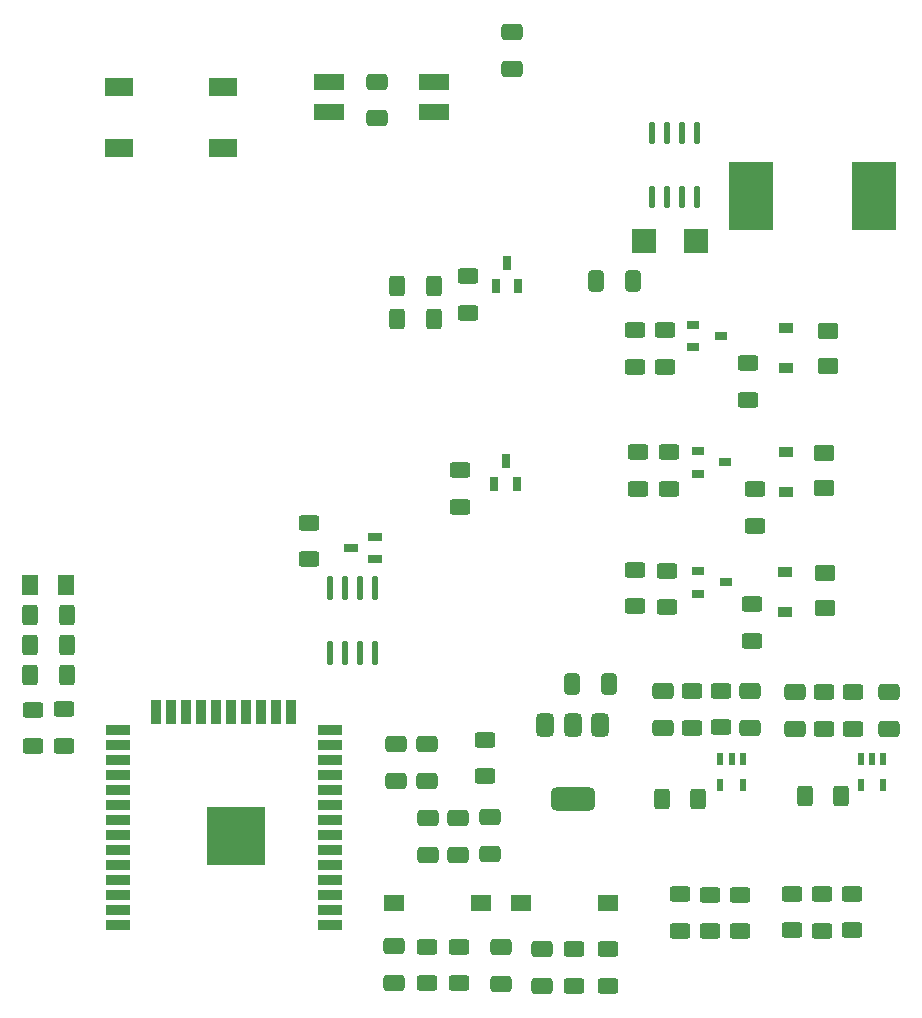
<source format=gbr>
%TF.GenerationSoftware,KiCad,Pcbnew,9.0.0*%
%TF.CreationDate,2025-08-03T03:58:21+03:00*%
%TF.ProjectId,HOT_AIRGUN_EXTRADOPE-rounded,484f545f-4149-4524-9755-4e5f45585452,rev?*%
%TF.SameCoordinates,Original*%
%TF.FileFunction,Paste,Top*%
%TF.FilePolarity,Positive*%
%FSLAX46Y46*%
G04 Gerber Fmt 4.6, Leading zero omitted, Abs format (unit mm)*
G04 Created by KiCad (PCBNEW 9.0.0) date 2025-08-03 03:58:21*
%MOMM*%
%LPD*%
G01*
G04 APERTURE LIST*
G04 Aperture macros list*
%AMRoundRect*
0 Rectangle with rounded corners*
0 $1 Rounding radius*
0 $2 $3 $4 $5 $6 $7 $8 $9 X,Y pos of 4 corners*
0 Add a 4 corners polygon primitive as box body*
4,1,4,$2,$3,$4,$5,$6,$7,$8,$9,$2,$3,0*
0 Add four circle primitives for the rounded corners*
1,1,$1+$1,$2,$3*
1,1,$1+$1,$4,$5*
1,1,$1+$1,$6,$7*
1,1,$1+$1,$8,$9*
0 Add four rect primitives between the rounded corners*
20,1,$1+$1,$2,$3,$4,$5,0*
20,1,$1+$1,$4,$5,$6,$7,0*
20,1,$1+$1,$6,$7,$8,$9,0*
20,1,$1+$1,$8,$9,$2,$3,0*%
G04 Aperture macros list end*
%ADD10RoundRect,0.250000X-0.625000X0.400000X-0.625000X-0.400000X0.625000X-0.400000X0.625000X0.400000X0*%
%ADD11RoundRect,0.250000X0.650000X-0.412500X0.650000X0.412500X-0.650000X0.412500X-0.650000X-0.412500X0*%
%ADD12RoundRect,0.250000X-0.400000X-0.625000X0.400000X-0.625000X0.400000X0.625000X-0.400000X0.625000X0*%
%ADD13RoundRect,0.250000X-0.650000X0.412500X-0.650000X-0.412500X0.650000X-0.412500X0.650000X0.412500X0*%
%ADD14RoundRect,0.250000X-0.412500X-0.650000X0.412500X-0.650000X0.412500X0.650000X-0.412500X0.650000X0*%
%ADD15RoundRect,0.250000X0.625000X-0.400000X0.625000X0.400000X-0.625000X0.400000X-0.625000X-0.400000X0*%
%ADD16R,1.000000X0.800000*%
%ADD17R,0.600000X1.000000*%
%ADD18RoundRect,0.250001X-0.624999X0.462499X-0.624999X-0.462499X0.624999X-0.462499X0.624999X0.462499X0*%
%ADD19R,2.000000X2.000000*%
%ADD20RoundRect,0.250000X0.400000X0.625000X-0.400000X0.625000X-0.400000X-0.625000X0.400000X-0.625000X0*%
%ADD21R,3.820000X5.820000*%
%ADD22RoundRect,0.375000X-0.375000X0.625000X-0.375000X-0.625000X0.375000X-0.625000X0.375000X0.625000X0*%
%ADD23RoundRect,0.500000X-1.400000X0.500000X-1.400000X-0.500000X1.400000X-0.500000X1.400000X0.500000X0*%
%ADD24R,2.470000X1.510000*%
%ADD25R,1.250000X0.700000*%
%ADD26R,1.150000X0.950000*%
%ADD27R,2.600000X1.420000*%
%ADD28R,0.700000X1.250000*%
%ADD29R,1.740000X1.400000*%
%ADD30O,0.570000X1.950000*%
%ADD31RoundRect,0.250001X-0.462499X-0.624999X0.462499X-0.624999X0.462499X0.624999X-0.462499X0.624999X0*%
%ADD32R,5.000000X5.000000*%
%ADD33R,2.100000X0.950000*%
%ADD34R,0.950000X2.100000*%
%ADD35O,0.590000X2.050000*%
G04 APERTURE END LIST*
D10*
%TO.C,R25*%
X64270000Y7896075D03*
X64270000Y10996075D03*
%TD*%
D11*
%TO.C,C6*%
X65170000Y28258575D03*
X65170000Y25133575D03*
%TD*%
D12*
%TO.C,R11*%
X7300000Y32141075D03*
X4200000Y32141075D03*
%TD*%
D10*
%TO.C,R34*%
X37775000Y3503575D03*
X37775000Y6603575D03*
%TD*%
D13*
%TO.C,C12*%
X43125000Y14441075D03*
X43125000Y17566075D03*
%TD*%
D14*
%TO.C,C5*%
X53212500Y28816075D03*
X50087500Y28816075D03*
%TD*%
D11*
%TO.C,C1*%
X68920000Y28171075D03*
X68920000Y25046075D03*
%TD*%
D12*
%TO.C,R6*%
X38375000Y59716075D03*
X35275000Y59716075D03*
%TD*%
D10*
%TO.C,R8*%
X58130000Y35316075D03*
X58130000Y38416075D03*
%TD*%
D15*
%TO.C,R1*%
X4435000Y26651075D03*
X4435000Y23551075D03*
%TD*%
D16*
%TO.C,Q7*%
X63000000Y47591075D03*
X60700000Y46641075D03*
X60700000Y48541075D03*
%TD*%
D13*
%TO.C,C13*%
X37825000Y20603575D03*
X37825000Y23728575D03*
%TD*%
D17*
%TO.C,U6*%
X76420000Y20321075D03*
X74520000Y20321075D03*
X74520000Y22521075D03*
X75470000Y22521075D03*
X76420000Y22521075D03*
%TD*%
D18*
%TO.C,D9*%
X71750000Y55753575D03*
X71750000Y58728575D03*
%TD*%
D10*
%TO.C,R22*%
X55700000Y45341075D03*
X55700000Y48441075D03*
%TD*%
D19*
%TO.C,D1*%
X56200000Y66341075D03*
X60600000Y66341075D03*
%TD*%
D15*
%TO.C,R9*%
X42675000Y24103575D03*
X42675000Y21003575D03*
%TD*%
D20*
%TO.C,R26*%
X4200000Y34641075D03*
X7300000Y34641075D03*
%TD*%
D13*
%TO.C,C14*%
X40425000Y14391075D03*
X40425000Y17516075D03*
%TD*%
D10*
%TO.C,R4*%
X41250000Y60241075D03*
X41250000Y63341075D03*
%TD*%
%TO.C,R37*%
X50240000Y3296075D03*
X50240000Y6396075D03*
%TD*%
D21*
%TO.C,L1*%
X65245000Y70166075D03*
X75605000Y70166075D03*
%TD*%
D22*
%TO.C,U7*%
X47825000Y25366075D03*
D23*
X50125000Y19066075D03*
D22*
X50125000Y25366075D03*
X52425000Y25366075D03*
%TD*%
D10*
%TO.C,R7*%
X55400000Y35416075D03*
X55400000Y38516075D03*
%TD*%
D24*
%TO.C,D3*%
X20510000Y79341075D03*
X20510000Y74241075D03*
X11690000Y74241075D03*
X11690000Y79341075D03*
%TD*%
D10*
%TO.C,R23*%
X58300000Y45341075D03*
X58300000Y48441075D03*
%TD*%
D25*
%TO.C,U3*%
X31365000Y40356075D03*
X33365000Y41306075D03*
X33365000Y39406075D03*
%TD*%
D11*
%TO.C,C9*%
X35000000Y6666075D03*
X35000000Y3541075D03*
%TD*%
D15*
%TO.C,R38*%
X65300000Y35591075D03*
X65300000Y32491075D03*
%TD*%
D26*
%TO.C,D5*%
X68150000Y58981075D03*
X68150000Y55601075D03*
%TD*%
D16*
%TO.C,Q9*%
X62650000Y58291075D03*
X60350000Y57341075D03*
X60350000Y59241075D03*
%TD*%
D27*
%TO.C,U1*%
X38390000Y79801075D03*
X38390000Y77261075D03*
X29490000Y77261075D03*
X29490000Y79801075D03*
%TD*%
D10*
%TO.C,R27*%
X55380000Y55711075D03*
X55380000Y58811075D03*
%TD*%
D11*
%TO.C,C8*%
X44050000Y6541075D03*
X44050000Y3416075D03*
%TD*%
D10*
%TO.C,R12*%
X61745000Y7896075D03*
X61745000Y10996075D03*
%TD*%
D12*
%TO.C,R5*%
X38375000Y62516075D03*
X35275000Y62516075D03*
%TD*%
D10*
%TO.C,R28*%
X57980000Y55711075D03*
X57980000Y58811075D03*
%TD*%
D28*
%TO.C,Q5*%
X44450000Y47741075D03*
X45400000Y45741075D03*
X43500000Y45741075D03*
%TD*%
D12*
%TO.C,R21*%
X72870000Y19346075D03*
X69770000Y19346075D03*
%TD*%
D10*
%TO.C,R3*%
X40550000Y43841075D03*
X40550000Y46941075D03*
%TD*%
D29*
%TO.C,SW1*%
X42370000Y10328575D03*
X35030000Y10328575D03*
%TD*%
D30*
%TO.C,U5*%
X60645005Y70031075D03*
X59365005Y70031075D03*
X58105005Y70031075D03*
X56835005Y70031075D03*
X56835005Y75451075D03*
X58105005Y75451075D03*
X59365005Y75451075D03*
X60645005Y75451075D03*
%TD*%
D26*
%TO.C,D4*%
X68200000Y48481075D03*
X68200000Y45101075D03*
%TD*%
D16*
%TO.C,Q8*%
X63075000Y37441075D03*
X60775000Y36491075D03*
X60775000Y38391075D03*
%TD*%
D15*
%TO.C,R17*%
X73895000Y28146075D03*
X73895000Y25046075D03*
%TD*%
D29*
%TO.C,SW2*%
X53110000Y10296075D03*
X45770000Y10296075D03*
%TD*%
D20*
%TO.C,R39*%
X4200000Y29591075D03*
X7300000Y29591075D03*
%TD*%
D13*
%TO.C,C17*%
X33600000Y76716075D03*
X33600000Y79841075D03*
%TD*%
D15*
%TO.C,R40*%
X65600000Y45341075D03*
X65600000Y42241075D03*
%TD*%
D17*
%TO.C,U8*%
X64535000Y20296075D03*
X62635000Y20296075D03*
X62635000Y22496075D03*
X63585000Y22496075D03*
X64535000Y22496075D03*
%TD*%
D12*
%TO.C,R20*%
X60770000Y19121075D03*
X57670000Y19121075D03*
%TD*%
D13*
%TO.C,C11*%
X37875000Y14391075D03*
X37875000Y17516075D03*
%TD*%
D11*
%TO.C,C2*%
X57770000Y28233575D03*
X57770000Y25108575D03*
%TD*%
%TO.C,C10*%
X47540000Y6396075D03*
X47540000Y3271075D03*
%TD*%
D31*
%TO.C,D7*%
X7187500Y37191075D03*
X4212500Y37191075D03*
%TD*%
D15*
%TO.C,R19*%
X68670000Y11071075D03*
X68670000Y7971075D03*
%TD*%
%TO.C,R2*%
X7035000Y26701075D03*
X7035000Y23601075D03*
%TD*%
%TO.C,R14*%
X62695000Y28271075D03*
X62695000Y25171075D03*
%TD*%
D32*
%TO.C,U2*%
X21620000Y15946075D03*
D33*
X11600000Y8396075D03*
X11600000Y9666075D03*
X11600000Y10936075D03*
X11600000Y12206075D03*
X11600000Y13476075D03*
X11600000Y14746075D03*
X11600000Y16016075D03*
X11600000Y17286075D03*
X11600000Y18556075D03*
X11600000Y19826075D03*
X11600000Y21096075D03*
X11600000Y22366075D03*
X11600000Y23636075D03*
X11600000Y24906075D03*
D34*
X14880000Y26426075D03*
X16150000Y26426075D03*
X17420000Y26426075D03*
X18690000Y26426075D03*
X19960000Y26426075D03*
X21230000Y26436075D03*
X22500000Y26436075D03*
X23770000Y26436075D03*
X25040000Y26436075D03*
X26310000Y26436075D03*
D33*
X29600000Y24906075D03*
X29600000Y23636075D03*
X29600000Y22366075D03*
X29600000Y21096075D03*
X29600000Y19826075D03*
X29600000Y18556075D03*
X29600000Y17286075D03*
X29600000Y16016075D03*
X29600000Y14746075D03*
X29600000Y13476075D03*
X29600000Y12206075D03*
X29600000Y10936075D03*
X29600000Y9666075D03*
X29600000Y8396075D03*
%TD*%
D35*
%TO.C,U4*%
X33390000Y31456075D03*
X32110000Y31456075D03*
X30850000Y31456075D03*
X29580000Y31456075D03*
X29580000Y36996075D03*
X30850000Y36996075D03*
X32110000Y36996075D03*
X33390000Y36996075D03*
%TD*%
D18*
%TO.C,D8*%
X71425000Y45428575D03*
X71425000Y48403575D03*
%TD*%
D13*
%TO.C,C15*%
X35175000Y20603575D03*
X35175000Y23728575D03*
%TD*%
D10*
%TO.C,R24*%
X73745000Y7971075D03*
X73745000Y11071075D03*
%TD*%
D15*
%TO.C,R41*%
X64950000Y55991075D03*
X64950000Y52891075D03*
%TD*%
D11*
%TO.C,C7*%
X76945000Y28146075D03*
X76945000Y25021075D03*
%TD*%
D15*
%TO.C,R15*%
X60245000Y28246075D03*
X60245000Y25146075D03*
%TD*%
D10*
%TO.C,R36*%
X53140000Y3271075D03*
X53140000Y6371075D03*
%TD*%
%TO.C,R35*%
X40500000Y3503575D03*
X40500000Y6603575D03*
%TD*%
%TO.C,R31*%
X27765000Y39406075D03*
X27765000Y42506075D03*
%TD*%
D26*
%TO.C,D2*%
X68100000Y38281075D03*
X68100000Y34901075D03*
%TD*%
D28*
%TO.C,Q6*%
X44550000Y64491075D03*
X45500000Y62491075D03*
X43600000Y62491075D03*
%TD*%
D18*
%TO.C,D6*%
X71500000Y35291075D03*
X71500000Y38266075D03*
%TD*%
D15*
%TO.C,R18*%
X71420000Y28146075D03*
X71420000Y25046075D03*
%TD*%
D10*
%TO.C,R16*%
X71195000Y7946075D03*
X71195000Y11046075D03*
%TD*%
D14*
%TO.C,C4*%
X55262500Y62991075D03*
X52137500Y62991075D03*
%TD*%
D15*
%TO.C,R10*%
X59245000Y11021075D03*
X59245000Y7921075D03*
%TD*%
D13*
%TO.C,C3*%
X45000000Y80937500D03*
X45000000Y84062500D03*
%TD*%
M02*

</source>
